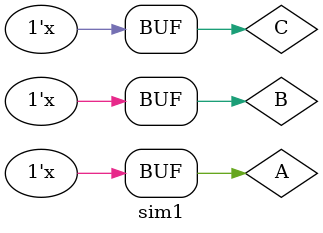
<source format=v>
`timescale 1ns / 1ps


module sim1(

    );
    reg A,B,C;
    test1 u1(A,B,C,F);
    initial
    begin
      A=0; B=0; C=0;
    end
    always #10 {A,B,C} ={A,B,C} +1;
endmodule

</source>
